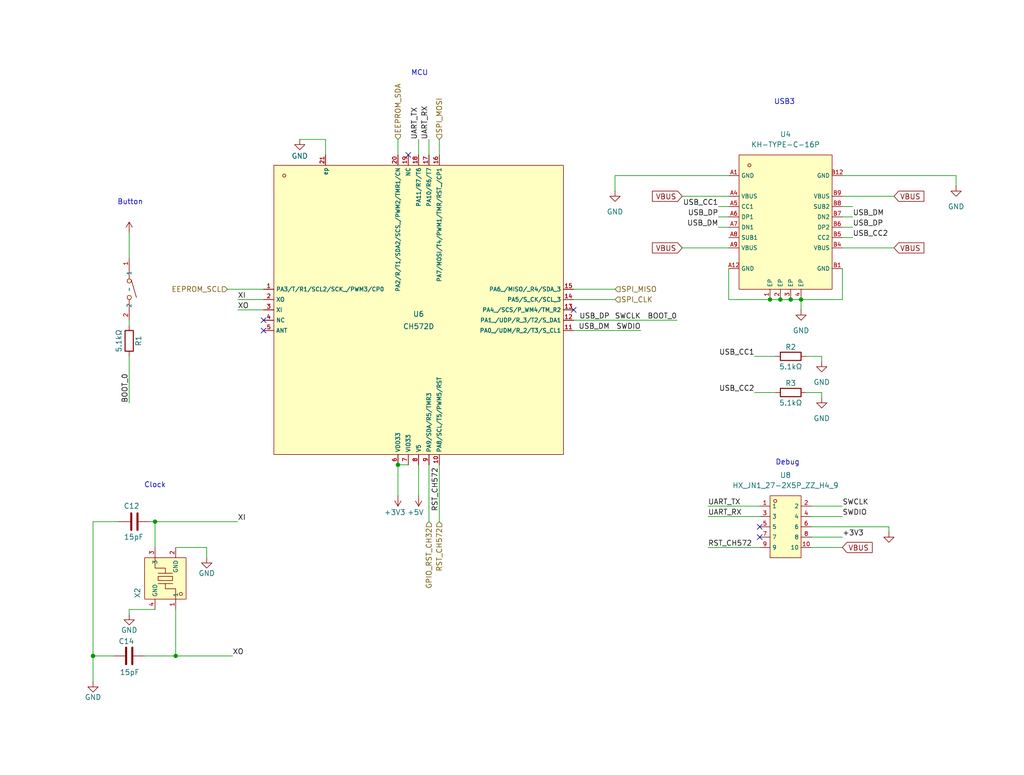
<source format=kicad_sch>
(kicad_sch (version 20250114) (generator "eeschema") (generator_version "9.0")
  (paper "User" 251.663 190.551)
  (lib_symbols
    (symbol "Device:C" (pin_numbers (hide yes)) (pin_names (offset 0.254))
      (property "Reference" "C" (at 0.635 2.54 0))
      (property "Value" "C" (at 0.635 -2.54 0))
      (symbol "C_0_1"
        (polyline (pts (xy -2.032 0.762) (xy 2.032 0.762)) (stroke (width 0.508)))
        (polyline (pts (xy -2.032 -0.762) (xy 2.032 -0.762)) (stroke (width 0.508)))
      )
      (symbol "C_1_1"
        (pin passive line (at 0 3.81 270) (length 2.794) (name "~") (number "1"))
        (pin passive line (at 0 -3.81 90) (length 2.794) (name "~") (number "2"))
      )
    )
    (symbol "Device:R" (pin_numbers (hide yes)) (pin_names (offset 0))
      (property "Reference" "R" (at 2.032 0 90))
      (property "Value" "R" (at 0 0 90))
      (symbol "R_0_1"
        (rectangle (start -1.016 -2.54) (end 1.016 2.54) (stroke (width 0.254)))
      )
      (symbol "R_1_1"
        (pin passive line (at 0 3.81 270) (length 1.27) (name "~") (number "1"))
        (pin passive line (at 0 -3.81 90) (length 1.27) (name "~") (number "2"))
      )
    )
    (symbol "power:+3V3" (power) (pin_numbers (hide yes)) (pin_names (offset 0) (hide yes))
      (property "Value" "+3V3" (at 0 3.556 0))
      (symbol "+3V3_0_1"
        (polyline (pts (xy -0.762 1.27) (xy 0 2.54)))
        (polyline (pts (xy 0 2.54) (xy 0.762 1.27)))
        (polyline (pts (xy 0 0) (xy 0 2.54)))
      )
      (symbol "+3V3_1_1"
        (pin power_in line (at 0 0 90) (length 0) (name "~") (number "1"))
      )
    )
    (symbol "power:+5V" (power) (pin_numbers (hide yes)) (pin_names (offset 0) (hide yes))
      (property "Value" "+5V" (at 0 3.556 0))
      (symbol "+5V_0_1"
        (polyline (pts (xy -0.762 1.27) (xy 0 2.54)))
        (polyline (pts (xy 0 2.54) (xy 0.762 1.27)))
        (polyline (pts (xy 0 0) (xy 0 2.54)))
      )
      (symbol "+5V_1_1"
        (pin power_in line (at 0 0 90) (length 0) (name "~") (number "1"))
      )
    )
    (symbol "power:GND" (power) (pin_numbers (hide yes)) (pin_names (offset 0) (hide yes))
      (property "Value" "GND" (at 0 -3.81 0))
      (symbol "GND_0_1"
        (polyline (pts (xy 0 0) (xy 0 -1.27) (xy 1.27 -1.27) (xy 0 -2.54) (xy -1.27 -1.27) (xy 0 -1.27)))
      )
      (symbol "GND_1_1"
        (pin power_in line (at 0 0 270) (length 0) (name "~") (number "1"))
      )
    )
    (symbol "usb_sp:CH572D"
      (property "Reference" "U" (at 0 1.27 0))
      (property "Value" "CH572D" (at 0 -2.54 0))
      (symbol "CH572D_0_1"
        (rectangle (start -35.56 35.56) (end 35.56 -35.56) (fill (type background)))
        (circle (center -33.0201 33.0201) (radius 0.381) (fill (type background)))
        (pin unspecified line (at -38.1 5.08 0) (length 2.54) (name "PA3/T/R1/SCL2/SCK_/PWM3/CP0") (number "1"))
        (pin unspecified line (at -38.1 2.54 0) (length 2.54) (name "XO") (number "2"))
        (pin unspecified line (at -38.1 0 0) (length 2.54) (name "XI") (number "3"))
        (pin unspecified line (at -38.1 -2.54 0) (length 2.54) (name "NC") (number "4"))
        (pin unspecified line (at -38.1 -5.08 0) (length 2.54) (name "ANT") (number "5"))
        (pin unspecified line (at -22.86 38.1 270) (length 2.54) (name "ep") (number "21"))
        (pin unspecified line (at -5.08 38.1 270) (length 2.54) (name "PA2/R/T1/SDA2/SCS_/PWM2/TMR1/CN") (number "20"))
        (pin unspecified line (at -5.08 -38.1 90) (length 2.54) (name "VDD33") (number "6"))
        (pin unspecified line (at -2.54 38.1 270) (length 2.54) (name "NC") (number "19"))
        (pin unspecified line (at -2.54 -38.1 90) (length 2.54) (name "VIO33") (number "7"))
        (pin unspecified line (at 0 38.1 270) (length 2.54) (name "PA11/R7/T6") (number "18"))
        (pin unspecified line (at 0 -38.1 90) (length 2.54) (name "V5") (number "8"))
        (pin unspecified line (at 2.54 38.1 270) (length 2.54) (name "PA10/R6/T7") (number "17"))
        (pin unspecified line (at 2.54 -38.1 90) (length 2.54) (name "PA9/SDA/R5/TMR3") (number "9"))
        (pin unspecified line (at 5.08 38.1 270) (length 2.54) (name "PA7/MOSI/T4/PWM1/TMR/RST_/CP1") (number "16"))
        (pin unspecified line (at 5.08 -38.1 90) (length 2.54) (name "PA8/SCL/T5/PWM5/RST") (number "10"))
        (pin unspecified line (at 38.1 5.08 180) (length 2.54) (name "PA6_/MISO/_R4/SDA_3") (number "15"))
        (pin unspecified line (at 38.1 2.54 180) (length 2.54) (name "PA5/S_CK/SCL_3") (number "14"))
        (pin unspecified line (at 38.1 0 180) (length 2.54) (name "PA4_/SCS/P_WM4/TM_R2") (number "13"))
        (pin unspecified line (at 38.1 -2.54 180) (length 2.54) (name "PA1_/UDP/R_3/T2/S_DA1") (number "12"))
        (pin unspecified line (at 38.1 -5.08 180) (length 2.54) (name "PA0_/UDM/R_2/T3/S_CL1") (number "11"))
      )
    )
    (symbol "usb_sp:HX_JN1_27-2X5P_ZZ_H4_9"
      (property "Reference" "U" (at 0 1.27 0))
      (property "Value" "HX_JN1_27-2X5P_ZZ_H4_9" (at 0 -2.54 0))
      (symbol "HX_JN1_27-2X5P_ZZ_H4_9_0_1"
        (rectangle (start -3.81 7.62) (end 3.81 -7.62) (fill (type background)))
        (circle (center -2.54 6.35) (radius 0.381) (fill (type background)))
        (pin unspecified line (at -6.35 5.08 0) (length 2.54) (name "1") (number "1"))
        (pin unspecified line (at -6.35 2.54 0) (length 2.54) (name "3") (number "3"))
        (pin unspecified line (at -6.35 0 0) (length 2.54) (name "5") (number "5"))
        (pin unspecified line (at -6.35 -2.54 0) (length 2.54) (name "7") (number "7"))
        (pin unspecified line (at -6.35 -5.08 0) (length 2.54) (name "9") (number "9"))
        (pin unspecified line (at 6.35 5.08 180) (length 2.54) (name "2") (number "2"))
        (pin unspecified line (at 6.35 2.54 180) (length 2.54) (name "4") (number "4"))
        (pin unspecified line (at 6.35 0 180) (length 2.54) (name "6") (number "6"))
        (pin unspecified line (at 6.35 -2.54 180) (length 2.54) (name "8") (number "8"))
        (pin unspecified line (at 6.35 -5.08 180) (length 2.54) (name "10") (number "10"))
      )
    )
    (symbol "usb_sp:KH-TYPE-C-16P"
      (property "Reference" "U" (at 0 1.27 0))
      (property "Value" "KH-TYPE-C-16P" (at 0 -2.54 0))
      (symbol "KH-TYPE-C-16P_0_1"
        (rectangle (start -12.7 17.78) (end 10.16 -15.24) (fill (type background)))
        (circle (center -10.16 15.24) (radius 0.381) (fill (type background)))
        (pin unspecified line (at -15.24 12.7 0) (length 2.54) (name "GND") (number "A1"))
        (pin unspecified line (at -15.24 7.62 0) (length 2.54) (name "VBUS") (number "A4"))
        (pin unspecified line (at -15.24 5.08 0) (length 2.54) (name "CC1") (number "A5"))
        (pin unspecified line (at -15.24 2.54 0) (length 2.54) (name "DP1") (number "A6"))
        (pin unspecified line (at -15.24 0 0) (length 2.54) (name "DN1") (number "A7"))
        (pin unspecified line (at -15.24 -2.54 0) (length 2.54) (name "SUB1") (number "A8"))
        (pin unspecified line (at -15.24 -5.08 0) (length 2.54) (name "VBUS") (number "A9"))
        (pin unspecified line (at -15.24 -10.16 0) (length 2.54) (name "GND") (number "A12"))
        (pin unspecified line (at -5.08 -17.78 90) (length 2.54) (name "EP") (number "1"))
        (pin unspecified line (at -2.54 -17.78 90) (length 2.54) (name "EP") (number "2"))
        (pin unspecified line (at 0 -17.78 90) (length 2.54) (name "EP") (number "3"))
        (pin unspecified line (at 2.54 -17.78 90) (length 2.54) (name "EP") (number "4"))
        (pin unspecified line (at 12.7 12.7 180) (length 2.54) (name "GND") (number "B12"))
        (pin unspecified line (at 12.7 7.62 180) (length 2.54) (name "VBUS") (number "B9"))
        (pin unspecified line (at 12.7 5.08 180) (length 2.54) (name "SUB2") (number "B8"))
        (pin unspecified line (at 12.7 2.54 180) (length 2.54) (name "DN2") (number "B7"))
        (pin unspecified line (at 12.7 0 180) (length 2.54) (name "DP2") (number "B6"))
        (pin unspecified line (at 12.7 -2.54 180) (length 2.54) (name "CC2") (number "B5"))
        (pin unspecified line (at 12.7 -5.08 180) (length 2.54) (name "VBUS") (number "B4"))
        (pin unspecified line (at 12.7 -10.16 180) (length 2.54) (name "GND") (number "B1"))
      )
    )
    (symbol "usb_sp:TS-1088-AR02016"
      (property "Reference" "U" (at 0 1.27 0))
      (property "Value" "TS-1088-AR02016" (at 0 -2.54 0))
      (symbol "TS-1088-AR02016_0_1"
        (polyline (pts (xy -5.08 0) (xy -2.54 0)))
        (polyline (pts (xy -2.286 0.508) (xy 2.032 1.778)))
        (circle (center -2.032 0) (radius 0.508) (fill (type background)))
        (circle (center 2.032 0) (radius 0.508) (fill (type background)))
        (polyline (pts (xy 5.08 0) (xy 2.54 0)))
        (pin unspecified line (at -7.62 0 0) (length 2.54) (name "1") (number "1"))
        (pin unspecified line (at 7.62 0 180) (length 2.54) (name "2") (number "2"))
      )
    )
    (symbol "usb_sp:XTM20032000DT00351001"
      (property "Reference" "X" (at 0 1.27 0))
      (property "Value" "XTM20032000DT00351001" (at 0 -2.54 0))
      (symbol "XTM20032000DT00351001_0_1"
        (rectangle (start -5.08 6.35) (end 5.08 -3.81) (fill (type background)))
        (polyline (pts (xy -5.08 -1.27) (xy -2.54 -1.27) (xy -2.54 1.27) (xy -1.27 1.27)))
        (circle (center -3.81 -2.54) (radius 0.381) (fill (type background)))
        (polyline (pts (xy -1.27 -0.508) (xy -1.27 3.048)))
        (rectangle (start -0.508 3.048) (end 0.508 -0.508) (fill (type background)))
        (polyline (pts (xy 1.27 -0.508) (xy 1.27 3.048)))
        (polyline (pts (xy 5.08 3.81) (xy 2.54 3.81) (xy 2.54 1.27) (xy 1.27 1.27)))
        (pin input line (at -7.62 3.81 0) (length 2.54) (name "GND") (number "4"))
        (pin input line (at -7.62 -1.27 0) (length 2.54) (name "1") (number "1"))
        (pin input line (at 7.62 3.81 180) (length 2.54) (name "3") (number "3"))
        (pin input line (at 7.62 -1.27 180) (length 2.54) (name "GND") (number "2"))
      )
    )
  )
  (text "USB3" (at 192.786 25.146 0) (effects (font (size 1.27 1.27))))
  (text "Button" (at 32.004 49.784 0) (effects (font (size 1.27 1.27))))
  (text "Debug" (at 193.548 113.792 0) (effects (font (size 1.27 1.27))))
  (text "MCU" (at 103.124 18.034 0) (effects (font (size 1.27 1.27))))
  (text "Clock" (at 38.1 119.38 0) (effects (font (size 1.27 1.27))))
  (junction (at 194.31 73.66))
  (junction (at 189.23 73.66))
  (junction (at 22.86 161.29))
  (junction (at 43.18 161.29))
  (junction (at 191.77 73.66))
  (junction (at 38.1 128.27))
  (junction (at 97.79 114.3))
  (junction (at 196.85 73.66))
  (no_connect (at 64.77 78.74))
  (no_connect (at 140.97 76.2))
  (no_connect (at 100.33 38.1))
  (no_connect (at 186.69 132.08))
  (no_connect (at 64.77 81.28))
  (no_connect (at 186.69 129.54))
  (wire (pts (xy 97.79 114.3) (xy 100.33 114.3)))
  (wire (pts (xy 199.39 129.54) (xy 218.44 129.54)))
  (wire (pts (xy 31.75 151.13) (xy 31.75 149.86)))
  (wire (pts (xy 80.01 34.29) (xy 80.01 38.1)))
  (wire (pts (xy 179.07 73.66) (xy 189.23 73.66)))
  (wire (pts (xy 38.1 128.27) (xy 36.83 128.27)))
  (wire (pts (xy 57.15 161.29) (xy 43.18 161.29)))
  (wire (pts (xy 31.75 149.86) (xy 38.1 149.86)))
  (wire (pts (xy 209.55 58.42) (xy 207.01 58.42)))
  (wire (pts (xy 209.55 53.34) (xy 207.01 53.34)))
  (wire (pts (xy 151.13 43.18) (xy 179.07 43.18)))
  (wire (pts (xy 22.86 128.27) (xy 22.86 161.29)))
  (wire (pts (xy 105.41 34.29) (xy 105.41 38.1)))
  (wire (pts (xy 207.01 73.66) (xy 196.85 73.66)))
  (wire (pts (xy 102.87 114.3) (xy 102.87 121.92)))
  (wire (pts (xy 201.93 88.9) (xy 201.93 87.63)))
  (wire (pts (xy 107.95 34.29) (xy 107.95 38.1)))
  (wire (pts (xy 43.18 161.29) (xy 35.56 161.29)))
  (wire (pts (xy 201.93 97.79) (xy 201.93 96.52)))
  (wire (pts (xy 207.01 66.04) (xy 207.01 73.66)))
  (wire (pts (xy 176.53 50.8) (xy 179.07 50.8)))
  (wire (pts (xy 209.55 50.8) (xy 207.01 50.8)))
  (wire (pts (xy 166.37 78.74) (xy 140.97 78.74)))
  (wire (pts (xy 185.42 87.63) (xy 190.5 87.63)))
  (wire (pts (xy 38.1 128.27) (xy 58.42 128.27)))
  (wire (pts (xy 199.39 127) (xy 207.01 127)))
  (wire (pts (xy 186.69 134.62) (xy 173.99 134.62)))
  (wire (pts (xy 140.97 73.66) (xy 151.13 73.66)))
  (wire (pts (xy 55.88 71.12) (xy 64.77 71.12)))
  (wire (pts (xy 151.13 46.99) (xy 151.13 43.18)))
  (wire (pts (xy 31.75 78.74) (xy 31.75 80.01)))
  (wire (pts (xy 31.75 57.15) (xy 31.75 63.5)))
  (wire (pts (xy 38.1 134.62) (xy 38.1 128.27)))
  (wire (pts (xy 97.79 114.3) (xy 97.79 121.92)))
  (wire (pts (xy 234.95 43.18) (xy 207.01 43.18)))
  (wire (pts (xy 196.85 76.2) (xy 196.85 73.66)))
  (wire (pts (xy 50.8 137.16) (xy 50.8 134.62)))
  (wire (pts (xy 176.53 53.34) (xy 179.07 53.34)))
  (wire (pts (xy 219.71 60.96) (xy 207.01 60.96)))
  (wire (pts (xy 191.77 73.66) (xy 194.31 73.66)))
  (wire (pts (xy 186.69 127) (xy 173.99 127)))
  (wire (pts (xy 189.23 73.66) (xy 191.77 73.66)))
  (wire (pts (xy 199.39 134.62) (xy 207.01 134.62)))
  (wire (pts (xy 218.44 129.54) (xy 218.44 130.81)))
  (wire (pts (xy 50.8 134.62) (xy 43.18 134.62)))
  (wire (pts (xy 176.53 55.88) (xy 179.07 55.88)))
  (wire (pts (xy 140.97 71.12) (xy 151.13 71.12)))
  (wire (pts (xy 201.93 96.52) (xy 198.12 96.52)))
  (wire (pts (xy 234.95 45.72) (xy 234.95 43.18)))
  (wire (pts (xy 43.18 149.86) (xy 43.18 161.29)))
  (wire (pts (xy 167.64 48.26) (xy 179.07 48.26)))
  (wire (pts (xy 167.64 60.96) (xy 179.07 60.96)))
  (wire (pts (xy 179.07 66.04) (xy 179.07 73.66)))
  (wire (pts (xy 73.66 34.29) (xy 80.01 34.29)))
  (wire (pts (xy 207.01 132.08) (xy 199.39 132.08)))
  (wire (pts (xy 22.86 161.29) (xy 22.86 167.64)))
  (wire (pts (xy 29.21 128.27) (xy 22.86 128.27)))
  (wire (pts (xy 194.31 73.66) (xy 196.85 73.66)))
  (wire (pts (xy 58.42 76.2) (xy 64.77 76.2)))
  (wire (pts (xy 186.69 124.46) (xy 173.99 124.46)))
  (wire (pts (xy 107.95 114.3) (xy 107.95 128.27)))
  (wire (pts (xy 207.01 124.46) (xy 199.39 124.46)))
  (wire (pts (xy 219.71 48.26) (xy 207.01 48.26)))
  (wire (pts (xy 185.42 96.52) (xy 190.5 96.52)))
  (wire (pts (xy 105.41 114.3) (xy 105.41 128.27)))
  (wire (pts (xy 58.42 73.66) (xy 64.77 73.66)))
  (wire (pts (xy 157.48 81.28) (xy 140.97 81.28)))
  (wire (pts (xy 31.75 87.63) (xy 31.75 99.06)))
  (wire (pts (xy 209.55 55.88) (xy 207.01 55.88)))
  (wire (pts (xy 97.79 34.29) (xy 97.79 38.1)))
  (wire (pts (xy 201.93 87.63) (xy 198.12 87.63)))
  (wire (pts (xy 102.87 34.29) (xy 102.87 38.1)))
  (wire (pts (xy 22.86 161.29) (xy 27.94 161.29)))
  (label "USB_CC2" (at 185.42 96.52 180))
  (label "SWDIO" (at 207.01 127 0))
  (label "SWCLK" (at 207.01 124.46 0))
  (label "BOOT_0" (at 166.37 78.74 180))
  (label "USB_CC1" (at 185.42 87.63 180))
  (label "USB_CC1" (at 176.53 50.8 180))
  (label "USB_DP" (at 149.86 78.74 180))
  (label "USB_CC2" (at 209.55 58.42 0))
  (label "USB_DP" (at 209.55 55.88 0))
  (label "XI" (at 58.42 73.66 0))
  (label "XO" (at 57.15 161.29 0))
  (label "XI" (at 58.42 128.27 0))
  (label "RST_CH572" (at 107.95 125.73 90))
  (label "RST_CH572" (at 173.99 134.62 0))
  (label "SWCLK" (at 157.48 78.74 180))
  (label "USB_DP" (at 176.53 53.34 180))
  (label "XO" (at 58.42 76.2 0))
  (label "USB_DM" (at 209.55 53.34 0))
  (label "+3V3" (at 207.01 132.08 0))
  (label "USB_DM" (at 149.86 81.28 180))
  (label "UART_TX" (at 173.99 124.46 0))
  (label "USB_DM" (at 176.53 55.88 180))
  (label "UART_TX" (at 102.87 34.29 90))
  (label "UART_RX" (at 173.99 127 0))
  (label "BOOT_0" (at 31.75 99.06 90))
  (label "SWDIO" (at 157.48 81.28 180))
  (label "UART_RX" (at 105.41 34.29 90))
  (global_label "VBUS" (shape input) (at 207.01 134.62 0) (property "Intersheetrefs" "${INTERSHEET_REFS}" (at 214.8938 134.62 0) (effects (justify left))))
  (global_label "VBUS" (shape input) (at 219.71 48.26 0) (property "Intersheetrefs" "${INTERSHEET_REFS}" (at 227.5938 48.26 0) (effects (justify left))))
  (global_label "VBUS" (shape input) (at 219.71 60.96 0) (property "Intersheetrefs" "${INTERSHEET_REFS}" (at 227.5938 60.96 0) (effects (justify left))))
  (global_label "VBUS" (shape input) (at 167.64 60.96 180) (property "Intersheetrefs" "${INTERSHEET_REFS}" (at 159.7562 60.96 0) (effects (justify right))))
  (global_label "VBUS" (shape input) (at 167.64 48.26 180) (property "Intersheetrefs" "${INTERSHEET_REFS}" (at 159.7562 48.26 0) (effects (justify right))))
  (hierarchical_label "EEPROM_SDA" (shape input) (at 97.79 34.29 90))
  (hierarchical_label "RST_CH572" (shape input) (at 107.95 128.27 270))
  (hierarchical_label "SPI_MOSI" (shape input) (at 107.95 34.29 90))
  (hierarchical_label "SPI_MISO" (shape input) (at 151.13 71.12 0))
  (hierarchical_label "SPI_CLK" (shape input) (at 151.13 73.66 0))
  (hierarchical_label "GPIO_RST_CH32" (shape input) (at 105.41 128.27 270))
  (hierarchical_label "EEPROM_SCL" (shape input) (at 55.88 71.12 180))
  (symbol (lib_id "power:GND") (at 31.75 151.13 0) (unit 1)
    (property "Reference" "#PWR033" (effects (hide yes)))
    (property "Value" "GND" (at 31.75 154.94 0))
    (property "Description" "Power symbol creates a global label with name \"GND\" , ground" (effects (hide yes)))
  )
  (symbol (lib_id "Device:C") (at 33.02 128.27 270) (unit 1)
    (property "Reference" "C12" (at 34.29 123.698 90) (effects (justify right top)))
    (property "Value" "15pF" (at 35.306 131.318 90) (effects (justify right top)))
    (property "Footprint" "Capacitor_SMD:C_0402_1005Metric" (effects (hide yes)))
    (property "Description" "Unpolarized capacitor" (effects (hide yes)))
    (property "Manufacturer Part" "0402CG150J500NT" (effects (hide yes)))
    (property "Manufacturer" "FH(风华)" (effects (hide yes)))
    (property "Supplier Part" "C1548" (effects (hide yes)))
    (property "Supplier" "LCSC" (effects (hide yes)))
    (property "LCSC Part Name" "15pF ±5% 50V" (effects (hide yes)))
  )
  (symbol (lib_id "power:GND") (at 50.8 137.16 0) (unit 1)
    (property "Reference" "#PWR034" (effects (hide yes)))
    (property "Value" "GND" (at 50.8 140.97 0))
    (property "Description" "Power symbol creates a global label with name \"GND\" , ground" (effects (hide yes)))
  )
  (symbol (lib_id "usb_sp:TS-1088-AR02016") (at 31.75 71.12 270) (unit 1)
    (property "Reference" "BOOT_1" (effects (hide yes)))
    (property "Value" "~" (at 31.75 71.12 0))
    (property "Footprint" "usb_sp_fp:SW-SMD_L3.9-W3.0-P4.45" (effects (hide yes)))
    (property "Datasheet" "https://item.szlcsc.com/457636.html" (effects (hide yes)))
    (property "Description" "Circuit:SPST Actuator Style:Round Button Operating Force:160gf Mounting Style:Brick nogging Switch Length:4mm Switch Width:3mm Switch Height:2mm Strike Gundam:不带 Contact Current:50mA Voltage Rating (DC):12V Insulation Resistance:100MΩ Actuator/Cap Color:B" (effects (hide yes)))
    (property "Manufacturer Part" "TS-1088-AR02016" (effects (hide yes)))
    (property "Manufacturer" "XUNPU(讯普)" (effects (hide yes)))
    (property "Supplier Part" "C720477" (effects (hide yes)))
    (property "Supplier" "LCSC" (effects (hide yes)))
    (property "LCSC Part Name" "4*3*2mm 立贴 轻触开关" (effects (hide yes)))
    (property "LCSC" "C720477" (effects (hide yes)))
  )
  (symbol (lib_id "power:+3V3") (at 97.79 121.92 180) (unit 1)
    (property "Reference" "#PWR036" (effects (hide yes)))
    (property "Value" "+3V3" (at 97.028 125.984 0))
    (property "Description" "Power symbol creates a global label with name \"+3V3\"" (effects (hide yes)))
  )
  (symbol (lib_id "power:GND") (at 201.93 88.9 0) (unit 1)
    (property "Reference" "#PWR048" (effects (hide yes)))
    (property "Value" "GND" (at 201.93 93.98 0))
    (property "Description" "Power symbol creates a global label with name \"GND\" , ground" (effects (hide yes)))
  )
  (symbol (lib_id "power:+3V3") (at 31.75 57.15 0) (unit 1)
    (property "Reference" "#PWR039" (effects (hide yes)))
    (property "Value" "+3V3" (effects (hide yes)))
    (property "Footprint" "USB Spoofe-easyedapro:" (effects (hide yes)))
    (property "Description" "Power symbol creates a global label with name \"+3V3\"" (effects (hide yes)))
  )
  (symbol (lib_id "power:+5V") (at 102.87 121.92 180) (unit 1)
    (property "Reference" "#PWR038" (effects (hide yes)))
    (property "Value" "+5V" (at 102.108 125.984 0))
    (property "Description" "Power symbol creates a global label with name \"+5V\"" (effects (hide yes)))
  )
  (symbol (lib_id "usb_sp:HX_JN1_27-2X5P_ZZ_H4_9") (at 193.04 129.54 0) (unit 1)
    (property "Reference" "U8" (at 193.04 116.84 0))
    (property "Value" "HX_JN1_27-2X5P_ZZ_H4_9" (at 193.04 119.38 0))
    (property "Footprint" "usb_sp_fp:CONN-TH_10P-P1.27_HX-JN1.27-2X5P-ZZ-H4.9" (effects (hide yes)))
    (property "Datasheet" "https://atta.szlcsc.com/upload/public/pdf/source/20241030/2C669A908802DD8CE42C1EA78563A219.pdf" (effects (hide yes)))
    (property "LCSC" "C42372547" (effects (hide yes)))
  )
  (symbol (lib_id "power:GND") (at 201.93 97.79 0) (unit 1)
    (property "Reference" "#PWR049" (effects (hide yes)))
    (property "Value" "GND" (at 201.93 102.87 0))
    (property "Description" "Power symbol creates a global label with name \"GND\" , ground" (effects (hide yes)))
  )
  (symbol (lib_id "power:GND") (at 151.13 46.99 0) (unit 1)
    (property "Reference" "#PWR021" (effects (hide yes)))
    (property "Value" "GND" (at 151.13 52.07 0))
    (property "Description" "Power symbol creates a global label with name \"GND\" , ground" (effects (hide yes)))
  )
  (symbol (lib_id "power:GND") (at 218.44 130.81 0) (unit 1)
    (property "Reference" "#PWR037" (effects (hide yes)))
    (property "Value" "GND" (effects (hide yes)))
    (property "Footprint" "USB Spoofe-easyedapro:" (effects (hide yes)))
    (property "Description" "Power symbol creates a global label with name \"GND\" , ground" (effects (hide yes)))
  )
  (symbol (lib_id "power:GND") (at 196.85 76.2 0) (unit 1)
    (property "Reference" "#PWR028" (effects (hide yes)))
    (property "Value" "GND" (at 196.85 81.28 0))
    (property "Description" "Power symbol creates a global label with name \"GND\" , ground" (effects (hide yes)))
  )
  (symbol (lib_id "power:GND") (at 22.86 167.64 0) (unit 1)
    (property "Reference" "#PWR035" (effects (hide yes)))
    (property "Value" "GND" (at 22.86 171.45 0))
    (property "Description" "Power symbol creates a global label with name \"GND\" , ground" (effects (hide yes)))
  )
  (symbol (lib_id "Device:R") (at 31.75 83.82 0) (unit 1)
    (property "Reference" "R1" (at 34.036 83.82 90))
    (property "Value" "5.1kΩ" (at 29.21 83.82 90))
    (property "Footprint" "Resistor_SMD:R_0603_1608Metric" (effects (hide yes)))
    (property "Description" "Resistor" (effects (hide yes)))
  )
  (symbol (lib_id "power:GND") (at 234.95 45.72 0) (unit 1)
    (property "Reference" "#PWR022" (effects (hide yes)))
    (property "Value" "GND" (at 234.95 50.8 0))
    (property "Description" "Power symbol creates a global label with name \"GND\" , ground" (effects (hide yes)))
  )
  (symbol (lib_id "usb_sp:KH-TYPE-C-16P") (at 194.31 55.88 0) (unit 1)
    (property "Reference" "U4" (at 193.04 33.02 0))
    (property "Value" "KH-TYPE-C-16P" (at 193.04 35.56 0))
    (property "Footprint" "usb_sp_fp:USB-C-SMD_KH-TYPE-C-16P" (effects (hide yes)))
    (property "Datasheet" "https://item.szlcsc.com/747093.html" (effects (hide yes)))
    (property "LCSC" "C709357" (effects (hide yes)))
  )
  (symbol (lib_id "usb_sp:CH572D") (at 102.87 76.2 0) (unit 1)
    (property "Reference" "U6" (at 102.87 77.216 0))
    (property "Value" "CH572D" (at 102.87 80.264 0))
    (property "Footprint" "usb_sp_fp:QFN-20_L3.0-W3.0-P0.40-TL-EP1.7" (effects (hide yes)))
    (property "Datasheet" "https://img.jlc.com//pdf/applyPasteComponent/2021-08-16/1325578A/829bd16b0cc1491bbaa694c3e8fa849f/ES8156.PDF" (effects (hide yes)))
    (property "LCSC" "C46597863" (effects (hide yes)))
  )
  (symbol (lib_id "usb_sp:XTM20032000DT00351001") (at 41.91 142.24 90) (unit 1)
    (property "Reference" "X2" (at 33.782 145.796 0))
    (property "Value" "XTM20032000DT00351001" (effects (hide yes)))
    (property "Footprint" "usb_sp_fp:CRYSTAL-SMD_4P-L2.0-W1.6-BL" (effects (hide yes)))
    (property "Datasheet" "https://item.szlcsc.com/248817.html" (effects (hide yes)))
    (property "LCSC" "C37635331" (effects (hide yes)))
  )
  (symbol (lib_id "Device:R") (at 194.31 96.52 90) (unit 1)
    (property "Reference" "R3" (at 194.31 94.234 90))
    (property "Value" "5.1kΩ" (at 194.31 99.06 90))
    (property "Footprint" "Resistor_SMD:R_0603_1608Metric" (effects (hide yes)))
    (property "Description" "Resistor" (effects (hide yes)))
  )
  (symbol (lib_id "Device:R") (at 194.31 87.63 90) (unit 1)
    (property "Reference" "R2" (at 194.31 85.344 90))
    (property "Value" "5.1kΩ" (at 194.31 90.17 90))
    (property "Footprint" "Resistor_SMD:R_0603_1608Metric" (effects (hide yes)))
    (property "Description" "Resistor" (effects (hide yes)))
  )
  (symbol (lib_id "Device:C") (at 31.75 161.29 90) (unit 1)
    (property "Reference" "C14" (at 33.02 156.972 90) (effects (justify left bottom)))
    (property "Value" "15pF" (at 34.29 164.592 90) (effects (justify left bottom)))
    (property "Footprint" "Capacitor_SMD:C_0402_1005Metric" (effects (hide yes)))
    (property "Description" "Unpolarized capacitor" (effects (hide yes)))
    (property "Manufacturer Part" "0402CG150J500NT" (effects (hide yes)))
    (property "Manufacturer" "FH(风华)" (effects (hide yes)))
    (property "Supplier Part" "C1548" (effects (hide yes)))
    (property "Supplier" "LCSC" (effects (hide yes)))
    (property "LCSC Part Name" "15pF ±5% 50V" (effects (hide yes)))
  )
  (symbol (lib_id "power:GND") (at 73.66 34.29 0) (unit 1)
    (property "Reference" "#PWR032" (effects (hide yes)))
    (property "Value" "GND" (at 73.66 38.354 0))
    (property "Description" "Power symbol creates a global label with name \"GND\" , ground" (effects (hide yes)))
  )
)
</source>
